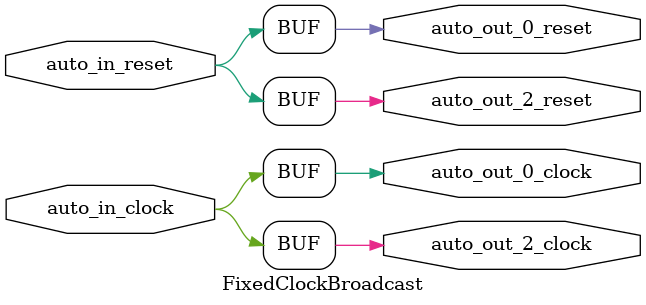
<source format=v>
module FixedClockBroadcast(
  input   auto_in_clock,
  input   auto_in_reset,
  output  auto_out_2_clock,
  output  auto_out_2_reset,
  output  auto_out_0_clock,
  output  auto_out_0_reset
);
  assign auto_out_2_clock = auto_in_clock; 
  assign auto_out_2_reset = auto_in_reset; 
  assign auto_out_0_clock = auto_in_clock; 
  assign auto_out_0_reset = auto_in_reset; 
endmodule
</source>
